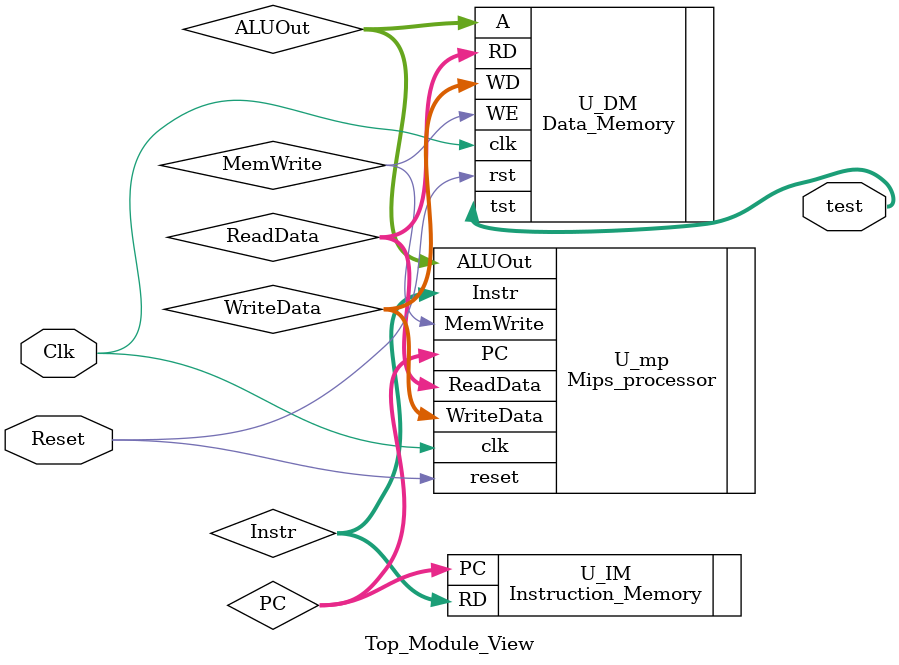
<source format=v>
module Top_Module_View (
    input Clk,Reset,
    output  [15:0] test
    );
// Interconnections
wire   MemWrite;
wire  [31:0] PC;
wire  [31:0] ALUOut;
wire  [31:0] WriteData;
wire  [31:0] ReadData;
wire  [31:0] Instr;

//Instantiate Instruction_Memory Unit
Instruction_Memory U_IM (
 .PC(PC),
 .RD(Instr)
 );

//Instantiate Data_Memory Unit
Data_Memory U_DM (
 .A   (ALUOut),
 .WD  (WriteData),
 .WE  (MemWrite),
 .RD  (ReadData),
 .clk (Clk),
 .rst (Reset),
 .tst (test)
 );

//Instantiate Mips_processor Module
Mips_processor U_mp (
.clk(Clk),
.reset(Reset),
.ReadData(ReadData),
.Instr(Instr),
.PC(PC),
.ALUOut(ALUOut),
.WriteData(WriteData),
.MemWrite(MemWrite)
 );

endmodule
</source>
